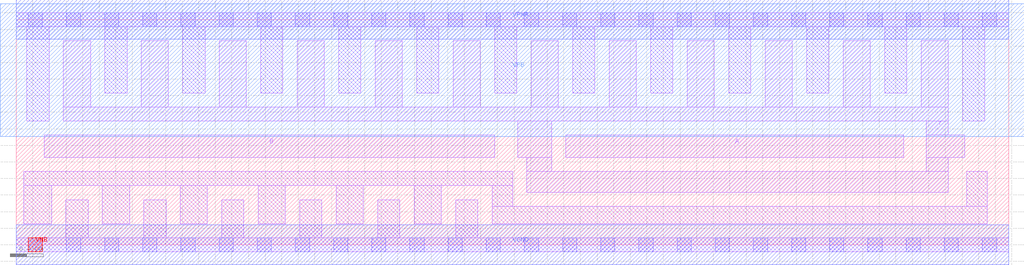
<source format=lef>
# Copyright 2020 The SkyWater PDK Authors
#
# Licensed under the Apache License, Version 2.0 (the "License");
# you may not use this file except in compliance with the License.
# You may obtain a copy of the License at
#
#     https://www.apache.org/licenses/LICENSE-2.0
#
# Unless required by applicable law or agreed to in writing, software
# distributed under the License is distributed on an "AS IS" BASIS,
# WITHOUT WARRANTIES OR CONDITIONS OF ANY KIND, either express or implied.
# See the License for the specific language governing permissions and
# limitations under the License.
#
# SPDX-License-Identifier: Apache-2.0

VERSION 5.7 ;
  NOWIREEXTENSIONATPIN ON ;
  DIVIDERCHAR "/" ;
  BUSBITCHARS "[]" ;
PROPERTYDEFINITIONS
  MACRO maskLayoutSubType STRING ;
  MACRO prCellType STRING ;
  MACRO originalViewName STRING ;
END PROPERTYDEFINITIONS
MACRO sky130_fd_sc_hdll__nand2_12
  CLASS CORE ;
  FOREIGN sky130_fd_sc_hdll__nand2_12 ;
  ORIGIN  0.000000  0.000000 ;
  SIZE  11.96000 BY  2.720000 ;
  SYMMETRY X Y R90 ;
  SITE unithd ;
  PIN A
    ANTENNAGATEAREA  3.330000 ;
    DIRECTION INPUT ;
    USE SIGNAL ;
    PORT
      LAYER li1 ;
        RECT 6.625000 1.055000 10.695000 1.325000 ;
    END
  END A
  PIN B
    ANTENNAGATEAREA  3.330000 ;
    DIRECTION INPUT ;
    USE SIGNAL ;
    PORT
      LAYER li1 ;
        RECT 0.335000 1.055000 5.765000 1.325000 ;
    END
  END B
  PIN VNB
    PORT
      LAYER pwell ;
        RECT 0.145000 -0.085000 0.315000 0.085000 ;
    END
  END VNB
  PIN VPB
    PORT
      LAYER nwell ;
        RECT -0.190000 1.305000 12.150000 2.910000 ;
    END
  END VPB
  PIN Y
    ANTENNADIFFAREA  4.858000 ;
    DIRECTION OUTPUT ;
    USE SIGNAL ;
    PORT
      LAYER li1 ;
        RECT  0.565000 1.495000 11.235000 1.665000 ;
        RECT  0.565000 1.665000  0.895000 2.465000 ;
        RECT  1.505000 1.665000  1.835000 2.465000 ;
        RECT  2.445000 1.665000  2.775000 2.465000 ;
        RECT  3.385000 1.665000  3.715000 2.465000 ;
        RECT  4.325000 1.665000  4.655000 2.465000 ;
        RECT  5.265000 1.665000  5.595000 2.465000 ;
        RECT  6.045000 1.055000  6.455000 1.495000 ;
        RECT  6.155000 0.635000 11.235000 0.885000 ;
        RECT  6.155000 0.885000  6.455000 1.055000 ;
        RECT  6.205000 1.665000  6.535000 2.465000 ;
        RECT  7.145000 1.665000  7.475000 2.465000 ;
        RECT  8.085000 1.665000  8.415000 2.465000 ;
        RECT  9.025000 1.665000  9.355000 2.465000 ;
        RECT  9.965000 1.665000 10.295000 2.465000 ;
        RECT 10.905000 1.665000 11.235000 2.465000 ;
        RECT 10.965000 0.885000 11.235000 1.055000 ;
        RECT 10.965000 1.055000 11.435000 1.325000 ;
        RECT 10.965000 1.325000 11.235000 1.495000 ;
    END
  END Y
  PIN VGND
    DIRECTION INOUT ;
    USE GROUND ;
    PORT
      LAYER met1 ;
        RECT 0.000000 -0.240000 11.960000 0.240000 ;
    END
  END VGND
  PIN VPWR
    DIRECTION INOUT ;
    USE POWER ;
    PORT
      LAYER met1 ;
        RECT 0.000000 2.480000 11.960000 2.960000 ;
    END
  END VPWR
  OBS
    LAYER li1 ;
      RECT  0.000000 -0.085000 11.960000 0.085000 ;
      RECT  0.000000  2.635000 11.960000 2.805000 ;
      RECT  0.090000  0.255000  0.425000 0.715000 ;
      RECT  0.090000  0.715000  5.985000 0.885000 ;
      RECT  0.125000  1.495000  0.395000 2.635000 ;
      RECT  0.595000  0.085000  0.865000 0.545000 ;
      RECT  1.035000  0.255000  1.365000 0.715000 ;
      RECT  1.065000  1.835000  1.335000 2.635000 ;
      RECT  1.535000  0.085000  1.805000 0.545000 ;
      RECT  1.975000  0.255000  2.305000 0.715000 ;
      RECT  2.005000  1.835000  2.275000 2.635000 ;
      RECT  2.475000  0.085000  2.745000 0.545000 ;
      RECT  2.915000  0.255000  3.245000 0.715000 ;
      RECT  2.945000  1.835000  3.215000 2.635000 ;
      RECT  3.415000  0.085000  3.685000 0.545000 ;
      RECT  3.855000  0.255000  4.185000 0.715000 ;
      RECT  3.885000  1.835000  4.155000 2.635000 ;
      RECT  4.355000  0.085000  4.625000 0.545000 ;
      RECT  4.795000  0.255000  5.125000 0.715000 ;
      RECT  4.825000  1.835000  5.095000 2.635000 ;
      RECT  5.295000  0.085000  5.565000 0.545000 ;
      RECT  5.735000  0.255000 11.705000 0.465000 ;
      RECT  5.735000  0.465000  5.985000 0.715000 ;
      RECT  5.765000  1.835000  6.035000 2.635000 ;
      RECT  6.705000  1.835000  6.975000 2.635000 ;
      RECT  7.645000  1.835000  7.915000 2.635000 ;
      RECT  8.585000  1.835000  8.855000 2.635000 ;
      RECT  9.525000  1.835000  9.795000 2.635000 ;
      RECT 10.465000  1.835000 10.735000 2.635000 ;
      RECT 11.405000  1.495000 11.675000 2.635000 ;
      RECT 11.455000  0.465000 11.705000 0.885000 ;
    LAYER mcon ;
      RECT  0.145000 -0.085000  0.315000 0.085000 ;
      RECT  0.145000  2.635000  0.315000 2.805000 ;
      RECT  0.605000 -0.085000  0.775000 0.085000 ;
      RECT  0.605000  2.635000  0.775000 2.805000 ;
      RECT  1.065000 -0.085000  1.235000 0.085000 ;
      RECT  1.065000  2.635000  1.235000 2.805000 ;
      RECT  1.525000 -0.085000  1.695000 0.085000 ;
      RECT  1.525000  2.635000  1.695000 2.805000 ;
      RECT  1.985000 -0.085000  2.155000 0.085000 ;
      RECT  1.985000  2.635000  2.155000 2.805000 ;
      RECT  2.445000 -0.085000  2.615000 0.085000 ;
      RECT  2.445000  2.635000  2.615000 2.805000 ;
      RECT  2.905000 -0.085000  3.075000 0.085000 ;
      RECT  2.905000  2.635000  3.075000 2.805000 ;
      RECT  3.365000 -0.085000  3.535000 0.085000 ;
      RECT  3.365000  2.635000  3.535000 2.805000 ;
      RECT  3.825000 -0.085000  3.995000 0.085000 ;
      RECT  3.825000  2.635000  3.995000 2.805000 ;
      RECT  4.285000 -0.085000  4.455000 0.085000 ;
      RECT  4.285000  2.635000  4.455000 2.805000 ;
      RECT  4.745000 -0.085000  4.915000 0.085000 ;
      RECT  4.745000  2.635000  4.915000 2.805000 ;
      RECT  5.205000 -0.085000  5.375000 0.085000 ;
      RECT  5.205000  2.635000  5.375000 2.805000 ;
      RECT  5.665000 -0.085000  5.835000 0.085000 ;
      RECT  5.665000  2.635000  5.835000 2.805000 ;
      RECT  6.125000 -0.085000  6.295000 0.085000 ;
      RECT  6.125000  2.635000  6.295000 2.805000 ;
      RECT  6.585000 -0.085000  6.755000 0.085000 ;
      RECT  6.585000  2.635000  6.755000 2.805000 ;
      RECT  7.045000 -0.085000  7.215000 0.085000 ;
      RECT  7.045000  2.635000  7.215000 2.805000 ;
      RECT  7.505000 -0.085000  7.675000 0.085000 ;
      RECT  7.505000  2.635000  7.675000 2.805000 ;
      RECT  7.965000 -0.085000  8.135000 0.085000 ;
      RECT  7.965000  2.635000  8.135000 2.805000 ;
      RECT  8.425000 -0.085000  8.595000 0.085000 ;
      RECT  8.425000  2.635000  8.595000 2.805000 ;
      RECT  8.885000 -0.085000  9.055000 0.085000 ;
      RECT  8.885000  2.635000  9.055000 2.805000 ;
      RECT  9.345000 -0.085000  9.515000 0.085000 ;
      RECT  9.345000  2.635000  9.515000 2.805000 ;
      RECT  9.805000 -0.085000  9.975000 0.085000 ;
      RECT  9.805000  2.635000  9.975000 2.805000 ;
      RECT 10.265000 -0.085000 10.435000 0.085000 ;
      RECT 10.265000  2.635000 10.435000 2.805000 ;
      RECT 10.725000 -0.085000 10.895000 0.085000 ;
      RECT 10.725000  2.635000 10.895000 2.805000 ;
      RECT 11.185000 -0.085000 11.355000 0.085000 ;
      RECT 11.185000  2.635000 11.355000 2.805000 ;
      RECT 11.645000 -0.085000 11.815000 0.085000 ;
      RECT 11.645000  2.635000 11.815000 2.805000 ;
  END
  PROPERTY maskLayoutSubType "abstract" ;
  PROPERTY prCellType "standard" ;
  PROPERTY originalViewName "layout" ;
END sky130_fd_sc_hdll__nand2_12
END LIBRARY

</source>
